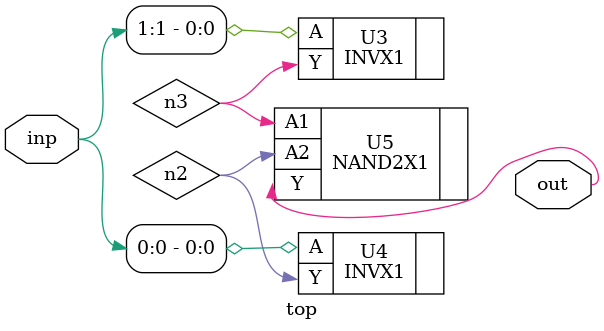
<source format=sv>


module top ( inp, out );
  input [1:0] inp;
  output out;
  wire   n2, n3;

  INVX1 U3 ( .A(inp[1]), .Y(n3) );
  INVX1 U4 ( .A(inp[0]), .Y(n2) );
  NAND2X1 U5 ( .A1(n3), .A2(n2), .Y(out) );
endmodule


</source>
